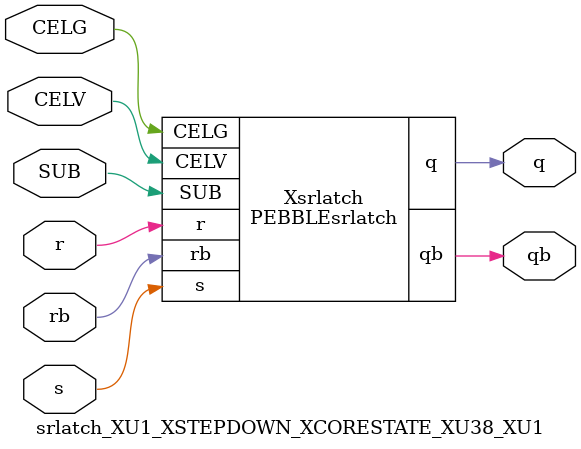
<source format=v>



module PEBBLEsrlatch ( q, qb, CELG, CELV, SUB, r, rb, s );

  input CELV;
  input s;
  output q;
  input rb;
  input r;
  input SUB;
  input CELG;
  output qb;
endmodule

//Celera Confidential Do Not Copy srlatch_XU1_XSTEPDOWN_XCORESTATE_XU38_XU1
//Celera Confidential Symbol Generator
//SR Latch
module srlatch_XU1_XSTEPDOWN_XCORESTATE_XU38_XU1 (CELV,CELG,s,r,rb,q,qb,SUB);
input CELV;
input CELG;
input s;
input r;
input rb;
input SUB;
output q;
output qb;

//Celera Confidential Do Not Copy srlatch
PEBBLEsrlatch Xsrlatch(
.CELV (CELV),
.r (r),
.s (s),
.q (q),
.qb (qb),
.rb (rb),
.SUB (SUB),
.CELG (CELG)
);
//,diesize,PEBBLEsrlatch

//Celera Confidential Do Not Copy Module End
//Celera Schematic Generator
endmodule

</source>
